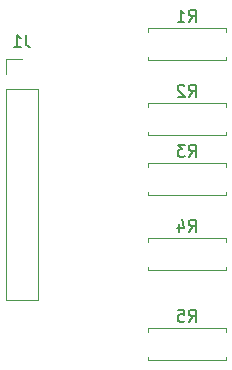
<source format=gbr>
%TF.GenerationSoftware,KiCad,Pcbnew,(5.1.10-1-10_14)*%
%TF.CreationDate,2021-11-05T22:23:08-04:00*%
%TF.ProjectId,UI Schematic,55492053-6368-4656-9d61-7469632e6b69,rev?*%
%TF.SameCoordinates,Original*%
%TF.FileFunction,Legend,Bot*%
%TF.FilePolarity,Positive*%
%FSLAX46Y46*%
G04 Gerber Fmt 4.6, Leading zero omitted, Abs format (unit mm)*
G04 Created by KiCad (PCBNEW (5.1.10-1-10_14)) date 2021-11-05 22:23:08*
%MOMM*%
%LPD*%
G01*
G04 APERTURE LIST*
%ADD10C,0.120000*%
%ADD11C,0.150000*%
G04 APERTURE END LIST*
D10*
%TO.C,R3*%
X118840000Y-84050000D02*
X118840000Y-83720000D01*
X118840000Y-83720000D02*
X112300000Y-83720000D01*
X112300000Y-83720000D02*
X112300000Y-84050000D01*
X118840000Y-86130000D02*
X118840000Y-86460000D01*
X118840000Y-86460000D02*
X112300000Y-86460000D01*
X112300000Y-86460000D02*
X112300000Y-86130000D01*
%TO.C,J1*%
X101600000Y-74870000D02*
X100270000Y-74870000D01*
X100270000Y-74870000D02*
X100270000Y-76200000D01*
X100270000Y-77470000D02*
X100270000Y-95310000D01*
X102930000Y-95310000D02*
X100270000Y-95310000D01*
X102930000Y-77470000D02*
X102930000Y-95310000D01*
X102930000Y-77470000D02*
X100270000Y-77470000D01*
%TO.C,R1*%
X118840000Y-72620000D02*
X118840000Y-72290000D01*
X118840000Y-72290000D02*
X112300000Y-72290000D01*
X112300000Y-72290000D02*
X112300000Y-72620000D01*
X118840000Y-74700000D02*
X118840000Y-75030000D01*
X118840000Y-75030000D02*
X112300000Y-75030000D01*
X112300000Y-75030000D02*
X112300000Y-74700000D01*
%TO.C,R2*%
X118840000Y-78970000D02*
X118840000Y-78640000D01*
X118840000Y-78640000D02*
X112300000Y-78640000D01*
X112300000Y-78640000D02*
X112300000Y-78970000D01*
X118840000Y-81050000D02*
X118840000Y-81380000D01*
X118840000Y-81380000D02*
X112300000Y-81380000D01*
X112300000Y-81380000D02*
X112300000Y-81050000D01*
%TO.C,R4*%
X118840000Y-90400000D02*
X118840000Y-90070000D01*
X118840000Y-90070000D02*
X112300000Y-90070000D01*
X112300000Y-90070000D02*
X112300000Y-90400000D01*
X118840000Y-92480000D02*
X118840000Y-92810000D01*
X118840000Y-92810000D02*
X112300000Y-92810000D01*
X112300000Y-92810000D02*
X112300000Y-92480000D01*
%TO.C,R5*%
X112300000Y-100430000D02*
X112300000Y-100100000D01*
X118840000Y-100430000D02*
X112300000Y-100430000D01*
X118840000Y-100100000D02*
X118840000Y-100430000D01*
X112300000Y-97690000D02*
X112300000Y-98020000D01*
X118840000Y-97690000D02*
X112300000Y-97690000D01*
X118840000Y-98020000D02*
X118840000Y-97690000D01*
%TO.C,R3*%
D11*
X115736666Y-83172380D02*
X116070000Y-82696190D01*
X116308095Y-83172380D02*
X116308095Y-82172380D01*
X115927142Y-82172380D01*
X115831904Y-82220000D01*
X115784285Y-82267619D01*
X115736666Y-82362857D01*
X115736666Y-82505714D01*
X115784285Y-82600952D01*
X115831904Y-82648571D01*
X115927142Y-82696190D01*
X116308095Y-82696190D01*
X115403333Y-82172380D02*
X114784285Y-82172380D01*
X115117619Y-82553333D01*
X114974761Y-82553333D01*
X114879523Y-82600952D01*
X114831904Y-82648571D01*
X114784285Y-82743809D01*
X114784285Y-82981904D01*
X114831904Y-83077142D01*
X114879523Y-83124761D01*
X114974761Y-83172380D01*
X115260476Y-83172380D01*
X115355714Y-83124761D01*
X115403333Y-83077142D01*
%TO.C,J1*%
X101933333Y-72882380D02*
X101933333Y-73596666D01*
X101980952Y-73739523D01*
X102076190Y-73834761D01*
X102219047Y-73882380D01*
X102314285Y-73882380D01*
X100933333Y-73882380D02*
X101504761Y-73882380D01*
X101219047Y-73882380D02*
X101219047Y-72882380D01*
X101314285Y-73025238D01*
X101409523Y-73120476D01*
X101504761Y-73168095D01*
%TO.C,R1*%
X115736666Y-71742380D02*
X116070000Y-71266190D01*
X116308095Y-71742380D02*
X116308095Y-70742380D01*
X115927142Y-70742380D01*
X115831904Y-70790000D01*
X115784285Y-70837619D01*
X115736666Y-70932857D01*
X115736666Y-71075714D01*
X115784285Y-71170952D01*
X115831904Y-71218571D01*
X115927142Y-71266190D01*
X116308095Y-71266190D01*
X114784285Y-71742380D02*
X115355714Y-71742380D01*
X115070000Y-71742380D02*
X115070000Y-70742380D01*
X115165238Y-70885238D01*
X115260476Y-70980476D01*
X115355714Y-71028095D01*
%TO.C,R2*%
X115736666Y-78092380D02*
X116070000Y-77616190D01*
X116308095Y-78092380D02*
X116308095Y-77092380D01*
X115927142Y-77092380D01*
X115831904Y-77140000D01*
X115784285Y-77187619D01*
X115736666Y-77282857D01*
X115736666Y-77425714D01*
X115784285Y-77520952D01*
X115831904Y-77568571D01*
X115927142Y-77616190D01*
X116308095Y-77616190D01*
X115355714Y-77187619D02*
X115308095Y-77140000D01*
X115212857Y-77092380D01*
X114974761Y-77092380D01*
X114879523Y-77140000D01*
X114831904Y-77187619D01*
X114784285Y-77282857D01*
X114784285Y-77378095D01*
X114831904Y-77520952D01*
X115403333Y-78092380D01*
X114784285Y-78092380D01*
%TO.C,R4*%
X115736666Y-89522380D02*
X116070000Y-89046190D01*
X116308095Y-89522380D02*
X116308095Y-88522380D01*
X115927142Y-88522380D01*
X115831904Y-88570000D01*
X115784285Y-88617619D01*
X115736666Y-88712857D01*
X115736666Y-88855714D01*
X115784285Y-88950952D01*
X115831904Y-88998571D01*
X115927142Y-89046190D01*
X116308095Y-89046190D01*
X114879523Y-88855714D02*
X114879523Y-89522380D01*
X115117619Y-88474761D02*
X115355714Y-89189047D01*
X114736666Y-89189047D01*
%TO.C,R5*%
X115736666Y-97142380D02*
X116070000Y-96666190D01*
X116308095Y-97142380D02*
X116308095Y-96142380D01*
X115927142Y-96142380D01*
X115831904Y-96190000D01*
X115784285Y-96237619D01*
X115736666Y-96332857D01*
X115736666Y-96475714D01*
X115784285Y-96570952D01*
X115831904Y-96618571D01*
X115927142Y-96666190D01*
X116308095Y-96666190D01*
X114831904Y-96142380D02*
X115308095Y-96142380D01*
X115355714Y-96618571D01*
X115308095Y-96570952D01*
X115212857Y-96523333D01*
X114974761Y-96523333D01*
X114879523Y-96570952D01*
X114831904Y-96618571D01*
X114784285Y-96713809D01*
X114784285Y-96951904D01*
X114831904Y-97047142D01*
X114879523Y-97094761D01*
X114974761Y-97142380D01*
X115212857Y-97142380D01*
X115308095Y-97094761D01*
X115355714Y-97047142D01*
%TD*%
M02*

</source>
